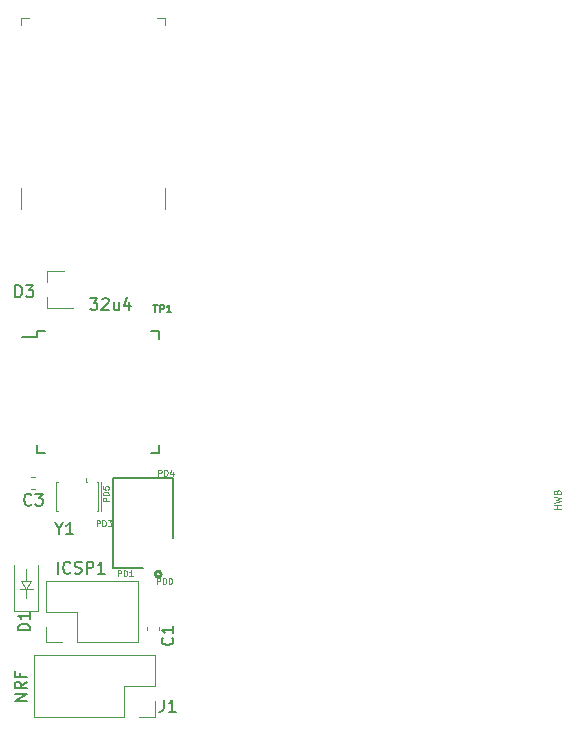
<source format=gbr>
%TF.GenerationSoftware,KiCad,Pcbnew,(5.1.9)-1*%
%TF.CreationDate,2021-02-13T16:54:45-05:00*%
%TF.ProjectId,mega_nrf24_usb,6d656761-5f6e-4726-9632-345f7573622e,rev?*%
%TF.SameCoordinates,Original*%
%TF.FileFunction,Legend,Top*%
%TF.FilePolarity,Positive*%
%FSLAX46Y46*%
G04 Gerber Fmt 4.6, Leading zero omitted, Abs format (unit mm)*
G04 Created by KiCad (PCBNEW (5.1.9)-1) date 2021-02-13 16:54:45*
%MOMM*%
%LPD*%
G01*
G04 APERTURE LIST*
%ADD10C,0.100000*%
%ADD11C,0.048768*%
%ADD12C,0.120000*%
%ADD13C,0.150000*%
%ADD14C,0.254000*%
G04 APERTURE END LIST*
D10*
X149705190Y-119541847D02*
X149205190Y-119541847D01*
X149205190Y-119351371D01*
X149229000Y-119303752D01*
X149252809Y-119279942D01*
X149300428Y-119256133D01*
X149371857Y-119256133D01*
X149419476Y-119279942D01*
X149443285Y-119303752D01*
X149467095Y-119351371D01*
X149467095Y-119541847D01*
X149705190Y-119041847D02*
X149205190Y-119041847D01*
X149205190Y-118922800D01*
X149229000Y-118851371D01*
X149276619Y-118803752D01*
X149324238Y-118779942D01*
X149419476Y-118756133D01*
X149490904Y-118756133D01*
X149586142Y-118779942D01*
X149633761Y-118803752D01*
X149681380Y-118851371D01*
X149705190Y-118922800D01*
X149705190Y-119041847D01*
X149205190Y-118303752D02*
X149205190Y-118541847D01*
X149443285Y-118565657D01*
X149419476Y-118541847D01*
X149395666Y-118494228D01*
X149395666Y-118375180D01*
X149419476Y-118327561D01*
X149443285Y-118303752D01*
X149490904Y-118279942D01*
X149609952Y-118279942D01*
X149657571Y-118303752D01*
X149681380Y-118327561D01*
X149705190Y-118375180D01*
X149705190Y-118494228D01*
X149681380Y-118541847D01*
X149657571Y-118565657D01*
X148682152Y-121663590D02*
X148682152Y-121163590D01*
X148872628Y-121163590D01*
X148920247Y-121187400D01*
X148944057Y-121211209D01*
X148967866Y-121258828D01*
X148967866Y-121330257D01*
X148944057Y-121377876D01*
X148920247Y-121401685D01*
X148872628Y-121425495D01*
X148682152Y-121425495D01*
X149182152Y-121663590D02*
X149182152Y-121163590D01*
X149301200Y-121163590D01*
X149372628Y-121187400D01*
X149420247Y-121235019D01*
X149444057Y-121282638D01*
X149467866Y-121377876D01*
X149467866Y-121449304D01*
X149444057Y-121544542D01*
X149420247Y-121592161D01*
X149372628Y-121639780D01*
X149301200Y-121663590D01*
X149182152Y-121663590D01*
X149634533Y-121163590D02*
X149944057Y-121163590D01*
X149777390Y-121354066D01*
X149848819Y-121354066D01*
X149896438Y-121377876D01*
X149920247Y-121401685D01*
X149944057Y-121449304D01*
X149944057Y-121568352D01*
X149920247Y-121615971D01*
X149896438Y-121639780D01*
X149848819Y-121663590D01*
X149705961Y-121663590D01*
X149658342Y-121639780D01*
X149634533Y-121615971D01*
X150485552Y-125905390D02*
X150485552Y-125405390D01*
X150676028Y-125405390D01*
X150723647Y-125429200D01*
X150747457Y-125453009D01*
X150771266Y-125500628D01*
X150771266Y-125572057D01*
X150747457Y-125619676D01*
X150723647Y-125643485D01*
X150676028Y-125667295D01*
X150485552Y-125667295D01*
X150985552Y-125905390D02*
X150985552Y-125405390D01*
X151104600Y-125405390D01*
X151176028Y-125429200D01*
X151223647Y-125476819D01*
X151247457Y-125524438D01*
X151271266Y-125619676D01*
X151271266Y-125691104D01*
X151247457Y-125786342D01*
X151223647Y-125833961D01*
X151176028Y-125881580D01*
X151104600Y-125905390D01*
X150985552Y-125905390D01*
X151747457Y-125905390D02*
X151461742Y-125905390D01*
X151604600Y-125905390D02*
X151604600Y-125405390D01*
X151556980Y-125476819D01*
X151509361Y-125524438D01*
X151461742Y-125548247D01*
X153800252Y-126553090D02*
X153800252Y-126053090D01*
X153990728Y-126053090D01*
X154038347Y-126076900D01*
X154062157Y-126100709D01*
X154085966Y-126148328D01*
X154085966Y-126219757D01*
X154062157Y-126267376D01*
X154038347Y-126291185D01*
X153990728Y-126314995D01*
X153800252Y-126314995D01*
X154300252Y-126553090D02*
X154300252Y-126053090D01*
X154419300Y-126053090D01*
X154490728Y-126076900D01*
X154538347Y-126124519D01*
X154562157Y-126172138D01*
X154585966Y-126267376D01*
X154585966Y-126338804D01*
X154562157Y-126434042D01*
X154538347Y-126481661D01*
X154490728Y-126529280D01*
X154419300Y-126553090D01*
X154300252Y-126553090D01*
X154895490Y-126053090D02*
X154943109Y-126053090D01*
X154990728Y-126076900D01*
X155014538Y-126100709D01*
X155038347Y-126148328D01*
X155062157Y-126243566D01*
X155062157Y-126362614D01*
X155038347Y-126457852D01*
X155014538Y-126505471D01*
X154990728Y-126529280D01*
X154943109Y-126553090D01*
X154895490Y-126553090D01*
X154847871Y-126529280D01*
X154824061Y-126505471D01*
X154800252Y-126457852D01*
X154776442Y-126362614D01*
X154776442Y-126243566D01*
X154800252Y-126148328D01*
X154824061Y-126100709D01*
X154847871Y-126076900D01*
X154895490Y-126053090D01*
X153914552Y-117396390D02*
X153914552Y-116896390D01*
X154105028Y-116896390D01*
X154152647Y-116920200D01*
X154176457Y-116944009D01*
X154200266Y-116991628D01*
X154200266Y-117063057D01*
X154176457Y-117110676D01*
X154152647Y-117134485D01*
X154105028Y-117158295D01*
X153914552Y-117158295D01*
X154414552Y-117396390D02*
X154414552Y-116896390D01*
X154533600Y-116896390D01*
X154605028Y-116920200D01*
X154652647Y-116967819D01*
X154676457Y-117015438D01*
X154700266Y-117110676D01*
X154700266Y-117182104D01*
X154676457Y-117277342D01*
X154652647Y-117324961D01*
X154605028Y-117372580D01*
X154533600Y-117396390D01*
X154414552Y-117396390D01*
X155128838Y-117063057D02*
X155128838Y-117396390D01*
X155009790Y-116872580D02*
X154890742Y-117229723D01*
X155200266Y-117229723D01*
D11*
X187963522Y-120228615D02*
X187384402Y-120228615D01*
X187660174Y-120228615D02*
X187660174Y-119897689D01*
X187963522Y-119897689D02*
X187384402Y-119897689D01*
X187384402Y-119677072D02*
X187963522Y-119539186D01*
X187549865Y-119428877D01*
X187963522Y-119318569D01*
X187384402Y-119180683D01*
X187660174Y-118767026D02*
X187687751Y-118684295D01*
X187715328Y-118656717D01*
X187770482Y-118629140D01*
X187853214Y-118629140D01*
X187908368Y-118656717D01*
X187935945Y-118684295D01*
X187963522Y-118739449D01*
X187963522Y-118960066D01*
X187384402Y-118960066D01*
X187384402Y-118767026D01*
X187411980Y-118711872D01*
X187439557Y-118684295D01*
X187494711Y-118656717D01*
X187549865Y-118656717D01*
X187605020Y-118684295D01*
X187632597Y-118711872D01*
X187660174Y-118767026D01*
X187660174Y-118960066D01*
D12*
%TO.C,D1*%
X141722600Y-128844600D02*
X143722600Y-128844600D01*
D10*
X142722600Y-126344600D02*
X142722600Y-125324600D01*
X143122600Y-126344600D02*
X142722600Y-126944600D01*
X142322600Y-126344600D02*
X143122600Y-126344600D01*
X142722600Y-126944600D02*
X142322600Y-126344600D01*
X142722600Y-126944600D02*
X143272600Y-126944600D01*
X142722600Y-126944600D02*
X142172600Y-126944600D01*
X142722600Y-127788400D02*
X142722600Y-126944600D01*
D12*
X143722600Y-128844600D02*
X143722600Y-124944600D01*
X141722600Y-128844600D02*
X141722600Y-124944600D01*
%TO.C,D3*%
X144493200Y-100055600D02*
X144493200Y-100985600D01*
X144493200Y-103215600D02*
X144493200Y-102285600D01*
X144493200Y-103215600D02*
X146653200Y-103215600D01*
X144493200Y-100055600D02*
X145953200Y-100055600D01*
%TO.C,C3*%
X143503467Y-118543800D02*
X143160933Y-118543800D01*
X143503467Y-117523800D02*
X143160933Y-117523800D01*
D10*
%TO.C,J2*%
X142253800Y-78645800D02*
X142253800Y-79245800D01*
X142978800Y-78645800D02*
X142253800Y-78645800D01*
X154503800Y-78645800D02*
X154503800Y-79195800D01*
X153803800Y-78645800D02*
X154503800Y-78645800D01*
X142253800Y-94770800D02*
X142253800Y-93995800D01*
X154503800Y-94770800D02*
X154503800Y-92995800D01*
X142253800Y-94020800D02*
X142253800Y-93070800D01*
D13*
%TO.C,J3*%
X150088600Y-122682000D02*
X150088600Y-125222000D01*
X150088600Y-125222000D02*
X152628600Y-125222000D01*
X150088600Y-117602000D02*
X150088600Y-122682000D01*
X155168600Y-117602000D02*
X150088600Y-117602000D01*
X155168600Y-122682000D02*
X155168600Y-117602000D01*
D14*
X154152600Y-125730000D02*
G75*
G03*
X154152600Y-125730000I-254000J0D01*
G01*
D12*
%TO.C,Y1*%
X145240600Y-120351400D02*
X145240600Y-118351400D01*
X148840600Y-118351400D02*
X148840600Y-120351400D01*
X147790600Y-117951400D02*
X147790600Y-117551400D01*
X149040600Y-120351400D02*
X149040600Y-118351400D01*
X145240600Y-118351400D02*
X145240600Y-117951400D01*
X148840600Y-118351400D02*
X148840600Y-117951400D01*
X149040600Y-118351400D02*
X149040600Y-117951400D01*
X148840600Y-120351400D02*
X148690600Y-120351400D01*
X148840600Y-117951400D02*
X148690600Y-117951400D01*
X147790600Y-117951400D02*
X147840600Y-117951400D01*
X145240600Y-117951400D02*
X145390600Y-117951400D01*
X145240600Y-120351400D02*
X145390600Y-120351400D01*
D13*
%TO.C,32u4*%
X143643600Y-105111800D02*
X143643600Y-105686800D01*
X153993600Y-105111800D02*
X153993600Y-105786800D01*
X153993600Y-115461800D02*
X153993600Y-114786800D01*
X143643600Y-115461800D02*
X143643600Y-114786800D01*
X143643600Y-105111800D02*
X144318600Y-105111800D01*
X143643600Y-115461800D02*
X144318600Y-115461800D01*
X153993600Y-115461800D02*
X153318600Y-115461800D01*
X153993600Y-105111800D02*
X153318600Y-105111800D01*
X143643600Y-105686800D02*
X142368600Y-105686800D01*
D12*
%TO.C,ICSP1*%
X152155200Y-131505000D02*
X152155200Y-126305000D01*
X147015200Y-131505000D02*
X152155200Y-131505000D01*
X144415200Y-126305000D02*
X152155200Y-126305000D01*
X147015200Y-131505000D02*
X147015200Y-128905000D01*
X147015200Y-128905000D02*
X144415200Y-128905000D01*
X144415200Y-128905000D02*
X144415200Y-126305000D01*
X145745200Y-131505000D02*
X144415200Y-131505000D01*
X144415200Y-131505000D02*
X144415200Y-130175000D01*
%TO.C,J1*%
X153628400Y-132604200D02*
X153628400Y-135204200D01*
X153628400Y-132604200D02*
X143348400Y-132604200D01*
X143348400Y-132604200D02*
X143348400Y-137804200D01*
X151028400Y-137804200D02*
X143348400Y-137804200D01*
X151028400Y-135204200D02*
X151028400Y-137804200D01*
X153628400Y-135204200D02*
X151028400Y-135204200D01*
X153628400Y-137804200D02*
X152298400Y-137804200D01*
X153628400Y-136474200D02*
X153628400Y-137804200D01*
%TO.C,C1*%
X152956800Y-130455580D02*
X152956800Y-130174420D01*
X153976800Y-130455580D02*
X153976800Y-130174420D01*
%TO.C,D1*%
D13*
X143035280Y-130481295D02*
X142035280Y-130481295D01*
X142035280Y-130243200D01*
X142082900Y-130100342D01*
X142178138Y-130005104D01*
X142273376Y-129957485D01*
X142463852Y-129909866D01*
X142606709Y-129909866D01*
X142797185Y-129957485D01*
X142892423Y-130005104D01*
X142987661Y-130100342D01*
X143035280Y-130243200D01*
X143035280Y-130481295D01*
X143035280Y-128957485D02*
X143035280Y-129528914D01*
X143035280Y-129243200D02*
X142035280Y-129243200D01*
X142178138Y-129338438D01*
X142273376Y-129433676D01*
X142320995Y-129528914D01*
%TO.C,D3*%
X141806704Y-102268280D02*
X141806704Y-101268280D01*
X142044800Y-101268280D01*
X142187657Y-101315900D01*
X142282895Y-101411138D01*
X142330514Y-101506376D01*
X142378133Y-101696852D01*
X142378133Y-101839709D01*
X142330514Y-102030185D01*
X142282895Y-102125423D01*
X142187657Y-102220661D01*
X142044800Y-102268280D01*
X141806704Y-102268280D01*
X142711466Y-101268280D02*
X143330514Y-101268280D01*
X142997180Y-101649233D01*
X143140038Y-101649233D01*
X143235276Y-101696852D01*
X143282895Y-101744471D01*
X143330514Y-101839709D01*
X143330514Y-102077804D01*
X143282895Y-102173042D01*
X143235276Y-102220661D01*
X143140038Y-102268280D01*
X142854323Y-102268280D01*
X142759085Y-102220661D01*
X142711466Y-102173042D01*
%TO.C,C3*%
X143165533Y-119820942D02*
X143117914Y-119868561D01*
X142975057Y-119916180D01*
X142879819Y-119916180D01*
X142736961Y-119868561D01*
X142641723Y-119773323D01*
X142594104Y-119678085D01*
X142546485Y-119487609D01*
X142546485Y-119344752D01*
X142594104Y-119154276D01*
X142641723Y-119059038D01*
X142736961Y-118963800D01*
X142879819Y-118916180D01*
X142975057Y-118916180D01*
X143117914Y-118963800D01*
X143165533Y-119011419D01*
X143498866Y-118916180D02*
X144117914Y-118916180D01*
X143784580Y-119297133D01*
X143927438Y-119297133D01*
X144022676Y-119344752D01*
X144070295Y-119392371D01*
X144117914Y-119487609D01*
X144117914Y-119725704D01*
X144070295Y-119820942D01*
X144022676Y-119868561D01*
X143927438Y-119916180D01*
X143641723Y-119916180D01*
X143546485Y-119868561D01*
X143498866Y-119820942D01*
%TO.C,TP1*%
X153497057Y-102935128D02*
X153839914Y-102935128D01*
X153668485Y-103535128D02*
X153668485Y-102935128D01*
X154039914Y-103535128D02*
X154039914Y-102935128D01*
X154268485Y-102935128D01*
X154325628Y-102963700D01*
X154354200Y-102992271D01*
X154382771Y-103049414D01*
X154382771Y-103135128D01*
X154354200Y-103192271D01*
X154325628Y-103220842D01*
X154268485Y-103249414D01*
X154039914Y-103249414D01*
X154954200Y-103535128D02*
X154611342Y-103535128D01*
X154782771Y-103535128D02*
X154782771Y-102935128D01*
X154725628Y-103020842D01*
X154668485Y-103077985D01*
X154611342Y-103106557D01*
%TO.C,Y1*%
X145497609Y-121870790D02*
X145497609Y-122346980D01*
X145164276Y-121346980D02*
X145497609Y-121870790D01*
X145830942Y-121346980D01*
X146688085Y-122346980D02*
X146116657Y-122346980D01*
X146402371Y-122346980D02*
X146402371Y-121346980D01*
X146307133Y-121489838D01*
X146211895Y-121585076D01*
X146116657Y-121632695D01*
%TO.C,32u4*%
X148134604Y-102347780D02*
X148753652Y-102347780D01*
X148420319Y-102728733D01*
X148563176Y-102728733D01*
X148658414Y-102776352D01*
X148706033Y-102823971D01*
X148753652Y-102919209D01*
X148753652Y-103157304D01*
X148706033Y-103252542D01*
X148658414Y-103300161D01*
X148563176Y-103347780D01*
X148277461Y-103347780D01*
X148182223Y-103300161D01*
X148134604Y-103252542D01*
X149134604Y-102443019D02*
X149182223Y-102395400D01*
X149277461Y-102347780D01*
X149515557Y-102347780D01*
X149610795Y-102395400D01*
X149658414Y-102443019D01*
X149706033Y-102538257D01*
X149706033Y-102633495D01*
X149658414Y-102776352D01*
X149086985Y-103347780D01*
X149706033Y-103347780D01*
X150563176Y-102681114D02*
X150563176Y-103347780D01*
X150134604Y-102681114D02*
X150134604Y-103204923D01*
X150182223Y-103300161D01*
X150277461Y-103347780D01*
X150420319Y-103347780D01*
X150515557Y-103300161D01*
X150563176Y-103252542D01*
X151467938Y-102681114D02*
X151467938Y-103347780D01*
X151229842Y-102300161D02*
X150991747Y-103014447D01*
X151610795Y-103014447D01*
%TO.C,ICSP1*%
X145405719Y-125674380D02*
X145405719Y-124674380D01*
X146453338Y-125579142D02*
X146405719Y-125626761D01*
X146262861Y-125674380D01*
X146167623Y-125674380D01*
X146024766Y-125626761D01*
X145929528Y-125531523D01*
X145881909Y-125436285D01*
X145834290Y-125245809D01*
X145834290Y-125102952D01*
X145881909Y-124912476D01*
X145929528Y-124817238D01*
X146024766Y-124722000D01*
X146167623Y-124674380D01*
X146262861Y-124674380D01*
X146405719Y-124722000D01*
X146453338Y-124769619D01*
X146834290Y-125626761D02*
X146977147Y-125674380D01*
X147215242Y-125674380D01*
X147310480Y-125626761D01*
X147358100Y-125579142D01*
X147405719Y-125483904D01*
X147405719Y-125388666D01*
X147358100Y-125293428D01*
X147310480Y-125245809D01*
X147215242Y-125198190D01*
X147024766Y-125150571D01*
X146929528Y-125102952D01*
X146881909Y-125055333D01*
X146834290Y-124960095D01*
X146834290Y-124864857D01*
X146881909Y-124769619D01*
X146929528Y-124722000D01*
X147024766Y-124674380D01*
X147262861Y-124674380D01*
X147405719Y-124722000D01*
X147834290Y-125674380D02*
X147834290Y-124674380D01*
X148215242Y-124674380D01*
X148310480Y-124722000D01*
X148358100Y-124769619D01*
X148405719Y-124864857D01*
X148405719Y-125007714D01*
X148358100Y-125102952D01*
X148310480Y-125150571D01*
X148215242Y-125198190D01*
X147834290Y-125198190D01*
X149358100Y-125674380D02*
X148786671Y-125674380D01*
X149072385Y-125674380D02*
X149072385Y-124674380D01*
X148977147Y-124817238D01*
X148881909Y-124912476D01*
X148786671Y-124960095D01*
%TO.C,J1*%
X154378066Y-136358380D02*
X154378066Y-137072666D01*
X154330447Y-137215523D01*
X154235209Y-137310761D01*
X154092352Y-137358380D01*
X153997114Y-137358380D01*
X155378066Y-137358380D02*
X154806638Y-137358380D01*
X155092352Y-137358380D02*
X155092352Y-136358380D01*
X154997114Y-136501238D01*
X154901876Y-136596476D01*
X154806638Y-136644095D01*
X142755880Y-136456585D02*
X141755880Y-136456585D01*
X142755880Y-135885157D01*
X141755880Y-135885157D01*
X142755880Y-134837538D02*
X142279690Y-135170871D01*
X142755880Y-135408966D02*
X141755880Y-135408966D01*
X141755880Y-135028014D01*
X141803500Y-134932776D01*
X141851119Y-134885157D01*
X141946357Y-134837538D01*
X142089214Y-134837538D01*
X142184452Y-134885157D01*
X142232071Y-134932776D01*
X142279690Y-135028014D01*
X142279690Y-135408966D01*
X142232071Y-134075633D02*
X142232071Y-134408966D01*
X142755880Y-134408966D02*
X141755880Y-134408966D01*
X141755880Y-133932776D01*
%TO.C,C1*%
X155093942Y-131103666D02*
X155141561Y-131151285D01*
X155189180Y-131294142D01*
X155189180Y-131389380D01*
X155141561Y-131532238D01*
X155046323Y-131627476D01*
X154951085Y-131675095D01*
X154760609Y-131722714D01*
X154617752Y-131722714D01*
X154427276Y-131675095D01*
X154332038Y-131627476D01*
X154236800Y-131532238D01*
X154189180Y-131389380D01*
X154189180Y-131294142D01*
X154236800Y-131151285D01*
X154284419Y-131103666D01*
X155189180Y-130151285D02*
X155189180Y-130722714D01*
X155189180Y-130437000D02*
X154189180Y-130437000D01*
X154332038Y-130532238D01*
X154427276Y-130627476D01*
X154474895Y-130722714D01*
%TD*%
M02*

</source>
